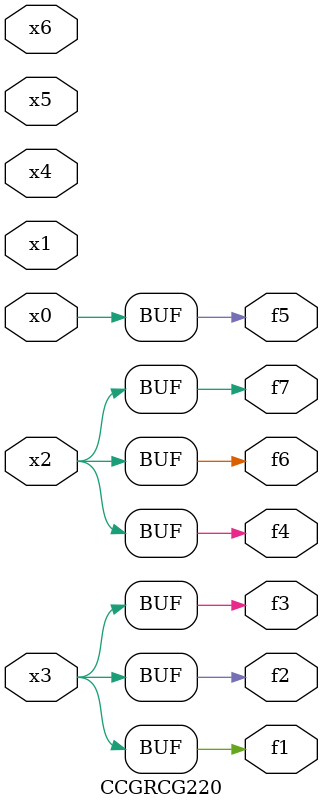
<source format=v>
module CCGRCG220(
	input x0, x1, x2, x3, x4, x5, x6,
	output f1, f2, f3, f4, f5, f6, f7
);
	assign f1 = x3;
	assign f2 = x3;
	assign f3 = x3;
	assign f4 = x2;
	assign f5 = x0;
	assign f6 = x2;
	assign f7 = x2;
endmodule

</source>
